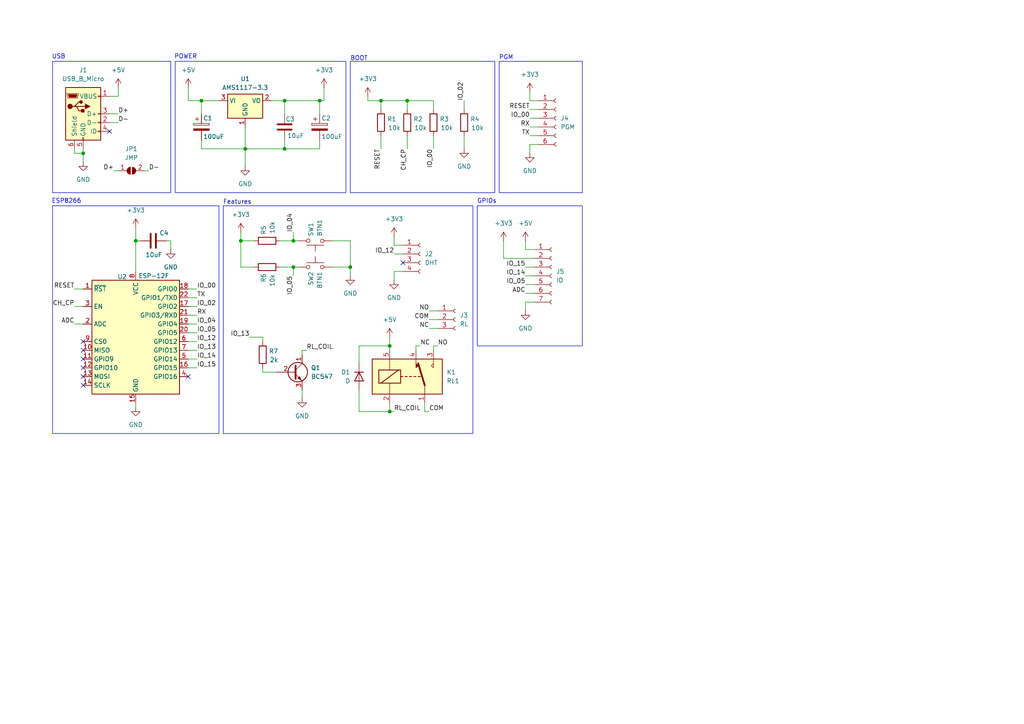
<source format=kicad_sch>
(kicad_sch (version 20231120) (generator "eeschema") (generator_version "8.0")
  (paper "A4")
  (lib_symbols
    (symbol "Connector:Conn_01x03_Socket" (pin_names (offset 1.016) hide)
      (property "Reference" "J" (at 0 5.08 0))
      (property "Value" "Conn_01x03_Socket" (at 0 -5.08 0))
      (symbol "Conn_01x03_Socket_1_1"
        (arc (start 0 -2.032) (mid -0.5058 -2.54) (end 0 -3.048) (stroke (width 0.1524)))
        (polyline (pts (xy -1.27 -2.54) (xy -0.508 -2.54)) (stroke (width 0.1524)))
        (polyline (pts (xy -1.27 0) (xy -0.508 0)) (stroke (width 0.1524)))
        (polyline (pts (xy -1.27 2.54) (xy -0.508 2.54)) (stroke (width 0.1524)))
        (arc (start 0 0.508) (mid -0.5058 0) (end 0 -0.508) (stroke (width 0.1524)))
        (arc (start 0 3.048) (mid -0.5058 2.54) (end 0 2.032) (stroke (width 0.1524)))
        (pin passive line (at -5.08 2.54 0) (length 3.81) (name "Pin_1") (number "1"))
        (pin passive line (at -5.08 0 0) (length 3.81) (name "Pin_2") (number "2"))
        (pin passive line (at -5.08 -2.54 0) (length 3.81) (name "Pin_3") (number "3"))
      )
    )
    (symbol "Connector:Conn_01x04_Socket" (pin_names (offset 1.016) hide)
      (property "Reference" "J" (at 0 5.08 0))
      (property "Value" "Conn_01x04_Socket" (at 0 -7.62 0))
      (symbol "Conn_01x04_Socket_1_1"
        (arc (start 0 -4.572) (mid -0.5058 -5.08) (end 0 -5.588) (stroke (width 0.1524)))
        (arc (start 0 -2.032) (mid -0.5058 -2.54) (end 0 -3.048) (stroke (width 0.1524)))
        (polyline (pts (xy -1.27 -5.08) (xy -0.508 -5.08)) (stroke (width 0.1524)))
        (polyline (pts (xy -1.27 -2.54) (xy -0.508 -2.54)) (stroke (width 0.1524)))
        (polyline (pts (xy -1.27 0) (xy -0.508 0)) (stroke (width 0.1524)))
        (polyline (pts (xy -1.27 2.54) (xy -0.508 2.54)) (stroke (width 0.1524)))
        (arc (start 0 0.508) (mid -0.5058 0) (end 0 -0.508) (stroke (width 0.1524)))
        (arc (start 0 3.048) (mid -0.5058 2.54) (end 0 2.032) (stroke (width 0.1524)))
        (pin passive line (at -5.08 2.54 0) (length 3.81) (name "Pin_1") (number "1"))
        (pin passive line (at -5.08 0 0) (length 3.81) (name "Pin_2") (number "2"))
        (pin passive line (at -5.08 -2.54 0) (length 3.81) (name "Pin_3") (number "3"))
        (pin passive line (at -5.08 -5.08 0) (length 3.81) (name "Pin_4") (number "4"))
      )
    )
    (symbol "Connector:Conn_01x06_Socket" (pin_names (offset 1.016) hide)
      (property "Reference" "J" (at 0 7.62 0))
      (property "Value" "Conn_01x06_Socket" (at 0 -10.16 0))
      (symbol "Conn_01x06_Socket_1_1"
        (arc (start 0 -7.112) (mid -0.5058 -7.62) (end 0 -8.128) (stroke (width 0.1524)))
        (arc (start 0 -4.572) (mid -0.5058 -5.08) (end 0 -5.588) (stroke (width 0.1524)))
        (arc (start 0 -2.032) (mid -0.5058 -2.54) (end 0 -3.048) (stroke (width 0.1524)))
        (polyline (pts (xy -1.27 -7.62) (xy -0.508 -7.62)) (stroke (width 0.1524)))
        (polyline (pts (xy -1.27 -5.08) (xy -0.508 -5.08)) (stroke (width 0.1524)))
        (polyline (pts (xy -1.27 -2.54) (xy -0.508 -2.54)) (stroke (width 0.1524)))
        (polyline (pts (xy -1.27 0) (xy -0.508 0)) (stroke (width 0.1524)))
        (polyline (pts (xy -1.27 2.54) (xy -0.508 2.54)) (stroke (width 0.1524)))
        (polyline (pts (xy -1.27 5.08) (xy -0.508 5.08)) (stroke (width 0.1524)))
        (arc (start 0 0.508) (mid -0.5058 0) (end 0 -0.508) (stroke (width 0.1524)))
        (arc (start 0 3.048) (mid -0.5058 2.54) (end 0 2.032) (stroke (width 0.1524)))
        (arc (start 0 5.588) (mid -0.5058 5.08) (end 0 4.572) (stroke (width 0.1524)))
        (pin passive line (at -5.08 5.08 0) (length 3.81) (name "Pin_1") (number "1"))
        (pin passive line (at -5.08 2.54 0) (length 3.81) (name "Pin_2") (number "2"))
        (pin passive line (at -5.08 0 0) (length 3.81) (name "Pin_3") (number "3"))
        (pin passive line (at -5.08 -2.54 0) (length 3.81) (name "Pin_4") (number "4"))
        (pin passive line (at -5.08 -5.08 0) (length 3.81) (name "Pin_5") (number "5"))
        (pin passive line (at -5.08 -7.62 0) (length 3.81) (name "Pin_6") (number "6"))
      )
    )
    (symbol "Connector:Conn_01x07_Socket" (pin_names (offset 1.016) hide)
      (property "Reference" "J" (at 0 10.16 0))
      (property "Value" "Conn_01x07_Socket" (at 0 -10.16 0))
      (symbol "Conn_01x07_Socket_1_1"
        (arc (start 0 -7.112) (mid -0.5058 -7.62) (end 0 -8.128) (stroke (width 0.1524)))
        (arc (start 0 -4.572) (mid -0.5058 -5.08) (end 0 -5.588) (stroke (width 0.1524)))
        (arc (start 0 -2.032) (mid -0.5058 -2.54) (end 0 -3.048) (stroke (width 0.1524)))
        (polyline (pts (xy -1.27 -7.62) (xy -0.508 -7.62)) (stroke (width 0.1524)))
        (polyline (pts (xy -1.27 -5.08) (xy -0.508 -5.08)) (stroke (width 0.1524)))
        (polyline (pts (xy -1.27 -2.54) (xy -0.508 -2.54)) (stroke (width 0.1524)))
        (polyline (pts (xy -1.27 0) (xy -0.508 0)) (stroke (width 0.1524)))
        (polyline (pts (xy -1.27 2.54) (xy -0.508 2.54)) (stroke (width 0.1524)))
        (polyline (pts (xy -1.27 5.08) (xy -0.508 5.08)) (stroke (width 0.1524)))
        (polyline (pts (xy -1.27 7.62) (xy -0.508 7.62)) (stroke (width 0.1524)))
        (arc (start 0 0.508) (mid -0.5058 0) (end 0 -0.508) (stroke (width 0.1524)))
        (arc (start 0 3.048) (mid -0.5058 2.54) (end 0 2.032) (stroke (width 0.1524)))
        (arc (start 0 5.588) (mid -0.5058 5.08) (end 0 4.572) (stroke (width 0.1524)))
        (arc (start 0 8.128) (mid -0.5058 7.62) (end 0 7.112) (stroke (width 0.1524)))
        (pin passive line (at -5.08 7.62 0) (length 3.81) (name "Pin_1") (number "1"))
        (pin passive line (at -5.08 5.08 0) (length 3.81) (name "Pin_2") (number "2"))
        (pin passive line (at -5.08 2.54 0) (length 3.81) (name "Pin_3") (number "3"))
        (pin passive line (at -5.08 0 0) (length 3.81) (name "Pin_4") (number "4"))
        (pin passive line (at -5.08 -2.54 0) (length 3.81) (name "Pin_5") (number "5"))
        (pin passive line (at -5.08 -5.08 0) (length 3.81) (name "Pin_6") (number "6"))
        (pin passive line (at -5.08 -7.62 0) (length 3.81) (name "Pin_7") (number "7"))
      )
    )
    (symbol "Connector:USB_B_Micro" (pin_names (offset 1.016))
      (property "Reference" "J" (at -5.08 11.43 0))
      (property "Value" "USB_B_Micro" (at -5.08 8.89 0))
      (symbol "USB_B_Micro_0_1"
        (rectangle (start -5.08 -7.62) (end 5.08 7.62) (stroke (width 0.254)) (fill (type background)))
        (circle (center -3.81 2.159) (radius 0.635) (stroke (width 0.254)) (fill (type outline)))
        (circle (center -0.635 3.429) (radius 0.381) (stroke (width 0.254)) (fill (type outline)))
        (rectangle (start -0.127 -7.62) (end 0.127 -6.858))
        (polyline (pts (xy -1.905 2.159) (xy 0.635 2.159)) (stroke (width 0.254)))
        (polyline (pts (xy -3.175 2.159) (xy -2.54 2.159) (xy -1.27 3.429) (xy -0.635 3.429)) (stroke (width 0.254)))
        (polyline (pts (xy -2.54 2.159) (xy -1.905 2.159) (xy -1.27 0.889) (xy 0 0.889)) (stroke (width 0.254)))
        (polyline (pts (xy 0.635 2.794) (xy 0.635 1.524) (xy 1.905 2.159) (xy 0.635 2.794)) (stroke (width 0.254)) (fill (type outline)))
        (polyline (pts (xy -4.318 5.588) (xy -1.778 5.588) (xy -2.032 4.826) (xy -4.064 4.826) (xy -4.318 5.588)) (fill (type outline)))
        (polyline (pts (xy -4.699 5.842) (xy -4.699 5.588) (xy -4.445 4.826) (xy -4.445 4.572) (xy -1.651 4.572) (xy -1.651 4.826) (xy -1.397 5.588) (xy -1.397 5.842) (xy -4.699 5.842)))
        (rectangle (start 0.254 1.27) (end -0.508 0.508) (stroke (width 0.254)) (fill (type outline)))
        (rectangle (start 5.08 -5.207) (end 4.318 -4.953))
        (rectangle (start 5.08 -2.667) (end 4.318 -2.413))
        (rectangle (start 5.08 -0.127) (end 4.318 0.127))
        (rectangle (start 5.08 4.953) (end 4.318 5.207))
      )
      (symbol "USB_B_Micro_1_1"
        (pin power_out line (at 7.62 5.08 180) (length 2.54) (name "VBUS") (number "1"))
        (pin bidirectional line (at 7.62 -2.54 180) (length 2.54) (name "D-") (number "2"))
        (pin bidirectional line (at 7.62 0 180) (length 2.54) (name "D+") (number "3"))
        (pin passive line (at 7.62 -5.08 180) (length 2.54) (name "ID") (number "4"))
        (pin power_out line (at 0 -10.16 90) (length 2.54) (name "GND") (number "5"))
        (pin passive line (at -2.54 -10.16 90) (length 2.54) (name "Shield") (number "6"))
      )
    )
    (symbol "Device:C" (pin_numbers hide) (pin_names (offset 0.254))
      (property "Reference" "C" (at 0.635 2.54 0))
      (property "Value" "C" (at 0.635 -2.54 0))
      (symbol "C_0_1"
        (polyline (pts (xy -2.032 -0.762) (xy 2.032 -0.762)) (stroke (width 0.508)))
        (polyline (pts (xy -2.032 0.762) (xy 2.032 0.762)) (stroke (width 0.508)))
      )
      (symbol "C_1_1"
        (pin passive line (at 0 3.81 270) (length 2.794) (name "~") (number "1"))
        (pin passive line (at 0 -3.81 90) (length 2.794) (name "~") (number "2"))
      )
    )
    (symbol "Device:C_Polarized" (pin_numbers hide) (pin_names (offset 0.254))
      (property "Reference" "C" (at 0.635 2.54 0))
      (property "Value" "C_Polarized" (at 0.635 -2.54 0))
      (symbol "C_Polarized_0_1"
        (rectangle (start -2.286 0.508) (end 2.286 1.016))
        (polyline (pts (xy -1.778 2.286) (xy -0.762 2.286)))
        (polyline (pts (xy -1.27 2.794) (xy -1.27 1.778)))
        (rectangle (start 2.286 -0.508) (end -2.286 -1.016) (fill (type outline)))
      )
      (symbol "C_Polarized_1_1"
        (pin passive line (at 0 3.81 270) (length 2.794) (name "~") (number "1"))
        (pin passive line (at 0 -3.81 90) (length 2.794) (name "~") (number "2"))
      )
    )
    (symbol "Device:D" (pin_numbers hide) (pin_names (offset 1.016) hide)
      (property "Reference" "D" (at 0 2.54 0))
      (property "Value" "D" (at 0 -2.54 0))
      (symbol "D_0_1"
        (polyline (pts (xy -1.27 1.27) (xy -1.27 -1.27)) (stroke (width 0.254)))
        (polyline (pts (xy 1.27 0) (xy -1.27 0)))
        (polyline (pts (xy 1.27 1.27) (xy 1.27 -1.27) (xy -1.27 0) (xy 1.27 1.27)) (stroke (width 0.254)))
      )
      (symbol "D_1_1"
        (pin passive line (at -3.81 0 0) (length 2.54) (name "K") (number "1"))
        (pin passive line (at 3.81 0 180) (length 2.54) (name "A") (number "2"))
      )
    )
    (symbol "Device:Q_NPN_CBE" (pin_names (offset 0) hide)
      (property "Reference" "Q" (at 5.08 1.27 0))
      (property "Value" "Q_NPN_CBE" (at 5.08 -1.27 0))
      (symbol "Q_NPN_CBE_0_1"
        (polyline (pts (xy 0.635 0.635) (xy 2.54 2.54)))
        (polyline (pts (xy 0.635 -0.635) (xy 2.54 -2.54) (xy 2.54 -2.54)))
        (polyline (pts (xy 0.635 1.905) (xy 0.635 -1.905) (xy 0.635 -1.905)) (stroke (width 0.508)))
        (polyline (pts (xy 1.27 -1.778) (xy 1.778 -1.27) (xy 2.286 -2.286) (xy 1.27 -1.778) (xy 1.27 -1.778)) (fill (type outline)))
        (circle (center 1.27 0) (radius 2.8194) (stroke (width 0.254)))
      )
      (symbol "Q_NPN_CBE_1_1"
        (pin passive line (at 2.54 5.08 270) (length 2.54) (name "C") (number "1"))
        (pin input line (at -5.08 0 0) (length 5.715) (name "B") (number "2"))
        (pin passive line (at 2.54 -5.08 90) (length 2.54) (name "E") (number "3"))
      )
    )
    (symbol "Device:R" (pin_numbers hide) (pin_names (offset 0))
      (property "Reference" "R" (at 2.032 0 90))
      (property "Value" "R" (at 0 0 90))
      (symbol "R_0_1"
        (rectangle (start -1.016 -2.54) (end 1.016 2.54) (stroke (width 0.254)))
      )
      (symbol "R_1_1"
        (pin passive line (at 0 3.81 270) (length 1.27) (name "~") (number "1"))
        (pin passive line (at 0 -3.81 90) (length 1.27) (name "~") (number "2"))
      )
    )
    (symbol "Jumper:SolderJumper_2_Open" (pin_names (offset 0) hide)
      (property "Reference" "JP" (at 0 2.032 0))
      (property "Value" "SolderJumper_2_Open" (at 0 -2.54 0))
      (symbol "SolderJumper_2_Open_0_1"
        (arc (start -0.254 1.016) (mid -1.2656 0) (end -0.254 -1.016))
        (arc (start -0.254 1.016) (mid -1.2656 0) (end -0.254 -1.016) (fill (type outline)))
        (polyline (pts (xy -0.254 1.016) (xy -0.254 -1.016)))
        (polyline (pts (xy 0.254 1.016) (xy 0.254 -1.016)))
        (arc (start 0.254 -1.016) (mid 1.2656 0) (end 0.254 1.016))
        (arc (start 0.254 -1.016) (mid 1.2656 0) (end 0.254 1.016) (fill (type outline)))
      )
      (symbol "SolderJumper_2_Open_1_1"
        (pin passive line (at -3.81 0 0) (length 2.54) (name "A") (number "1"))
        (pin passive line (at 3.81 0 180) (length 2.54) (name "B") (number "2"))
      )
    )
    (symbol "RF_Module:ESP-12F"
      (property "Reference" "U" (at -12.7 19.05 0))
      (property "Value" "ESP-12F" (at 12.7 19.05 0))
      (symbol "ESP-12F_0_1"
        (rectangle (start -12.7 17.78) (end 12.7 -15.24) (stroke (width 0.254)) (fill (type background)))
      )
      (symbol "ESP-12F_1_1"
        (pin input line (at -15.24 15.24 0) (length 2.54) (name "~{RST}") (number "1"))
        (pin bidirectional line (at -15.24 -2.54 0) (length 2.54) (name "MISO") (number "10"))
        (pin bidirectional line (at -15.24 -5.08 0) (length 2.54) (name "GPIO9") (number "11"))
        (pin bidirectional line (at -15.24 -7.62 0) (length 2.54) (name "GPIO10") (number "12"))
        (pin bidirectional line (at -15.24 -10.16 0) (length 2.54) (name "MOSI") (number "13"))
        (pin bidirectional line (at -15.24 -12.7 0) (length 2.54) (name "SCLK") (number "14"))
        (pin power_in line (at 0 -17.78 90) (length 2.54) (name "GND") (number "15"))
        (pin bidirectional line (at 15.24 -7.62 180) (length 2.54) (name "GPIO15") (number "16"))
        (pin bidirectional line (at 15.24 10.16 180) (length 2.54) (name "GPIO2") (number "17"))
        (pin bidirectional line (at 15.24 15.24 180) (length 2.54) (name "GPIO0") (number "18"))
        (pin bidirectional line (at 15.24 5.08 180) (length 2.54) (name "GPIO4") (number "19"))
        (pin input line (at -15.24 5.08 0) (length 2.54) (name "ADC") (number "2"))
        (pin bidirectional line (at 15.24 2.54 180) (length 2.54) (name "GPIO5") (number "20"))
        (pin bidirectional line (at 15.24 7.62 180) (length 2.54) (name "GPIO3/RXD") (number "21"))
        (pin bidirectional line (at 15.24 12.7 180) (length 2.54) (name "GPIO1/TXD") (number "22"))
        (pin input line (at -15.24 10.16 0) (length 2.54) (name "EN") (number "3"))
        (pin bidirectional line (at 15.24 -10.16 180) (length 2.54) (name "GPIO16") (number "4"))
        (pin bidirectional line (at 15.24 -5.08 180) (length 2.54) (name "GPIO14") (number "5"))
        (pin bidirectional line (at 15.24 0 180) (length 2.54) (name "GPIO12") (number "6"))
        (pin bidirectional line (at 15.24 -2.54 180) (length 2.54) (name "GPIO13") (number "7"))
        (pin power_in line (at 0 20.32 270) (length 2.54) (name "VCC") (number "8"))
        (pin input line (at -15.24 0 0) (length 2.54) (name "CS0") (number "9"))
      )
    )
    (symbol "Regulator_Linear:AMS1117-3.3"
      (property "Reference" "U" (at -3.81 3.175 0))
      (property "Value" "AMS1117-3.3" (at 0 3.175 0))
      (symbol "AMS1117-3.3_0_1"
        (rectangle (start -5.08 -5.08) (end 5.08 1.905) (stroke (width 0.254)) (fill (type background)))
      )
      (symbol "AMS1117-3.3_1_1"
        (pin power_in line (at 0 -7.62 90) (length 2.54) (name "GND") (number "1"))
        (pin power_out line (at 7.62 0 180) (length 2.54) (name "VO") (number "2"))
        (pin power_in line (at -7.62 0 0) (length 2.54) (name "VI") (number "3"))
      )
    )
    (symbol "Relay:SANYOU_SRD_Form_C"
      (property "Reference" "K" (at 11.43 3.81 0))
      (property "Value" "SANYOU_SRD_Form_C" (at 11.43 1.27 0))
      (symbol "SANYOU_SRD_Form_C_0_0"
        (polyline (pts (xy 7.62 5.08) (xy 7.62 2.54) (xy 6.985 3.175) (xy 7.62 3.81)))
      )
      (symbol "SANYOU_SRD_Form_C_0_1"
        (rectangle (start -10.16 5.08) (end 10.16 -5.08) (stroke (width 0.254)) (fill (type background)))
        (rectangle (start -8.255 1.905) (end -1.905 -1.905) (stroke (width 0.254)))
        (polyline (pts (xy -7.62 -1.905) (xy -2.54 1.905)) (stroke (width 0.254)))
        (polyline (pts (xy -5.08 -5.08) (xy -5.08 -1.905)))
        (polyline (pts (xy -5.08 5.08) (xy -5.08 1.905)))
        (polyline (pts (xy -1.905 0) (xy -1.27 0)) (stroke (width 0.254)))
        (polyline (pts (xy -0.635 0) (xy 0 0)) (stroke (width 0.254)))
        (polyline (pts (xy 0.635 0) (xy 1.27 0)) (stroke (width 0.254)))
        (polyline (pts (xy 1.905 0) (xy 2.54 0)) (stroke (width 0.254)))
        (polyline (pts (xy 3.175 0) (xy 3.81 0)) (stroke (width 0.254)))
        (polyline (pts (xy 5.08 -2.54) (xy 3.175 3.81)) (stroke (width 0.508)))
        (polyline (pts (xy 5.08 -2.54) (xy 5.08 -5.08)))
      )
      (symbol "SANYOU_SRD_Form_C_1_1"
        (polyline (pts (xy 2.54 3.81) (xy 3.175 3.175) (xy 2.54 2.54) (xy 2.54 5.08)) (fill (type outline)))
        (pin passive line (at 5.08 -7.62 90) (length 2.54) (name "~") (number "1"))
        (pin passive line (at -5.08 -7.62 90) (length 2.54) (name "~") (number "2"))
        (pin passive line (at 7.62 7.62 270) (length 2.54) (name "~") (number "3"))
        (pin passive line (at 2.54 7.62 270) (length 2.54) (name "~") (number "4"))
        (pin passive line (at -5.08 7.62 270) (length 2.54) (name "~") (number "5"))
      )
    )
    (symbol "Switch:SW_Push" (pin_numbers hide) (pin_names (offset 1.016) hide)
      (property "Reference" "SW" (at 1.27 2.54 0))
      (property "Value" "SW_Push" (at 0 -1.524 0))
      (symbol "SW_Push_0_1"
        (circle (center -2.032 0) (radius 0.508))
        (polyline (pts (xy 0 1.27) (xy 0 3.048)))
        (polyline (pts (xy 2.54 1.27) (xy -2.54 1.27)))
        (circle (center 2.032 0) (radius 0.508))
        (pin passive line (at -5.08 0 0) (length 2.54) (name "1") (number "1"))
        (pin passive line (at 5.08 0 180) (length 2.54) (name "2") (number "2"))
      )
    )
    (symbol "power:+3V3" (power) (pin_numbers hide) (pin_names (offset 0) hide)
      (property "Value" "+3V3" (at 0 3.556 0))
      (symbol "+3V3_0_1"
        (polyline (pts (xy -0.762 1.27) (xy 0 2.54)))
        (polyline (pts (xy 0 0) (xy 0 2.54)))
        (polyline (pts (xy 0 2.54) (xy 0.762 1.27)))
      )
      (symbol "+3V3_1_1"
        (pin power_in line (at 0 0 90) (length 0) (name "~") (number "1"))
      )
    )
    (symbol "power:+5V" (power) (pin_numbers hide) (pin_names (offset 0) hide)
      (property "Value" "+5V" (at 0 3.556 0))
      (symbol "+5V_0_1"
        (polyline (pts (xy -0.762 1.27) (xy 0 2.54)))
        (polyline (pts (xy 0 0) (xy 0 2.54)))
        (polyline (pts (xy 0 2.54) (xy 0.762 1.27)))
      )
      (symbol "+5V_1_1"
        (pin power_in line (at 0 0 90) (length 0) (name "~") (number "1"))
      )
    )
    (symbol "power:GND" (power) (pin_numbers hide) (pin_names (offset 0) hide)
      (property "Value" "GND" (at 0 -3.81 0))
      (symbol "GND_0_1"
        (polyline (pts (xy 0 0) (xy 0 -1.27) (xy 1.27 -1.27) (xy 0 -2.54) (xy -1.27 -1.27) (xy 0 -1.27)))
      )
      (symbol "GND_1_1"
        (pin power_in line (at 0 0 270) (length 0) (name "~") (number "1"))
      )
    )
  )
  (junction (at 85.09 77.47))
  (junction (at 113.03 119.38))
  (junction (at 69.85 69.85))
  (junction (at 58.42 29.21))
  (junction (at 82.55 43.18))
  (junction (at 118.11 29.21))
  (junction (at 71.12 43.18))
  (junction (at 24.13 44.45))
  (junction (at 39.37 69.85))
  (junction (at 113.03 100.33))
  (junction (at 110.49 29.21))
  (junction (at 101.6 77.47))
  (junction (at 82.55 29.21))
  (junction (at 85.09 69.85))
  (junction (at 92.71 29.21))
  (no_connect (at 116.84 76.2))
  (no_connect (at 31.75 38.1))
  (no_connect (at 24.13 99.06))
  (no_connect (at 24.13 111.76))
  (no_connect (at 24.13 101.6))
  (no_connect (at 24.13 109.22))
  (no_connect (at 24.13 106.68))
  (no_connect (at 54.61 109.22))
  (no_connect (at 24.13 104.14))
  (wire (pts (xy 69.85 69.85) (xy 73.66 69.85)))
  (wire (pts (xy 54.61 106.68) (xy 57.15 106.68)))
  (wire (pts (xy 58.42 43.18) (xy 71.12 43.18)))
  (wire (pts (xy 152.4 69.85) (xy 152.4 72.39)))
  (wire (pts (xy 39.37 66.04) (xy 39.37 69.85)))
  (wire (pts (xy 21.59 88.9) (xy 24.13 88.9)))
  (wire (pts (xy 113.03 100.33) (xy 104.14 100.33)))
  (wire (pts (xy 31.75 35.56) (xy 34.29 35.56)))
  (wire (pts (xy 96.52 69.85) (xy 101.6 69.85)))
  (wire (pts (xy 41.91 49.53) (xy 43.18 49.53)))
  (wire (pts (xy 114.3 73.66) (xy 116.84 73.66)))
  (wire (pts (xy 85.09 69.85) (xy 86.36 69.85)))
  (wire (pts (xy 31.75 33.02) (xy 34.29 33.02)))
  (wire (pts (xy 49.53 69.85) (xy 49.53 72.39)))
  (wire (pts (xy 113.03 119.38) (xy 114.3 119.38)))
  (wire (pts (xy 134.62 43.18) (xy 134.62 39.37)))
  (wire (pts (xy 92.71 43.18) (xy 82.55 43.18)))
  (wire (pts (xy 120.65 100.33) (xy 121.92 100.33)))
  (wire (pts (xy 39.37 69.85) (xy 40.64 69.85)))
  (wire (pts (xy 153.67 39.37) (xy 156.21 39.37)))
  (wire (pts (xy 92.71 29.21) (xy 92.71 33.02)))
  (wire (pts (xy 54.61 29.21) (xy 58.42 29.21)))
  (wire (pts (xy 118.11 39.37) (xy 118.11 43.18)))
  (wire (pts (xy 85.09 77.47) (xy 86.36 77.47)))
  (wire (pts (xy 153.67 29.21) (xy 156.21 29.21)))
  (wire (pts (xy 54.61 99.06) (xy 57.15 99.06)))
  (wire (pts (xy 152.4 82.55) (xy 154.94 82.55)))
  (wire (pts (xy 54.61 104.14) (xy 57.15 104.14)))
  (wire (pts (xy 110.49 29.21) (xy 106.68 29.21)))
  (wire (pts (xy 114.3 81.28) (xy 114.3 78.74)))
  (wire (pts (xy 39.37 69.85) (xy 39.37 78.74)))
  (wire (pts (xy 152.4 87.63) (xy 154.94 87.63)))
  (wire (pts (xy 76.2 106.68) (xy 76.2 107.95)))
  (wire (pts (xy 72.39 97.79) (xy 76.2 97.79)))
  (wire (pts (xy 114.3 78.74) (xy 116.84 78.74)))
  (wire (pts (xy 123.19 119.38) (xy 124.46 119.38)))
  (wire (pts (xy 82.55 29.21) (xy 78.74 29.21)))
  (wire (pts (xy 48.26 69.85) (xy 49.53 69.85)))
  (wire (pts (xy 34.29 27.94) (xy 31.75 27.94)))
  (wire (pts (xy 82.55 43.18) (xy 71.12 43.18)))
  (wire (pts (xy 118.11 29.21) (xy 110.49 29.21)))
  (wire (pts (xy 124.46 90.17) (xy 127 90.17)))
  (wire (pts (xy 146.05 74.93) (xy 154.94 74.93)))
  (wire (pts (xy 125.73 100.33) (xy 127 100.33)))
  (wire (pts (xy 39.37 116.84) (xy 39.37 118.11)))
  (wire (pts (xy 21.59 43.18) (xy 21.59 44.45)))
  (wire (pts (xy 21.59 93.98) (xy 24.13 93.98)))
  (wire (pts (xy 71.12 48.26) (xy 71.12 43.18)))
  (wire (pts (xy 125.73 39.37) (xy 125.73 43.18)))
  (wire (pts (xy 58.42 40.64) (xy 58.42 43.18)))
  (wire (pts (xy 24.13 43.18) (xy 24.13 44.45)))
  (wire (pts (xy 113.03 119.38) (xy 113.03 116.84)))
  (wire (pts (xy 124.46 95.25) (xy 127 95.25)))
  (wire (pts (xy 106.68 29.21) (xy 106.68 27.94)))
  (wire (pts (xy 93.98 29.21) (xy 92.71 29.21)))
  (wire (pts (xy 33.02 49.53) (xy 34.29 49.53)))
  (wire (pts (xy 104.14 119.38) (xy 113.03 119.38)))
  (wire (pts (xy 58.42 29.21) (xy 63.5 29.21)))
  (wire (pts (xy 93.98 25.4) (xy 93.98 29.21)))
  (wire (pts (xy 120.65 101.6) (xy 120.65 100.33)))
  (wire (pts (xy 92.71 40.64) (xy 92.71 43.18)))
  (wire (pts (xy 92.71 29.21) (xy 82.55 29.21)))
  (wire (pts (xy 58.42 29.21) (xy 58.42 33.02)))
  (wire (pts (xy 101.6 69.85) (xy 101.6 77.47)))
  (wire (pts (xy 152.4 85.09) (xy 154.94 85.09)))
  (wire (pts (xy 125.73 31.75) (xy 125.73 29.21)))
  (wire (pts (xy 125.73 29.21) (xy 118.11 29.21)))
  (wire (pts (xy 85.09 77.47) (xy 85.09 80.01)))
  (wire (pts (xy 104.14 100.33) (xy 104.14 105.41)))
  (wire (pts (xy 96.52 77.47) (xy 101.6 77.47)))
  (wire (pts (xy 153.67 26.67) (xy 153.67 29.21)))
  (wire (pts (xy 71.12 43.18) (xy 71.12 36.83)))
  (wire (pts (xy 118.11 31.75) (xy 118.11 29.21)))
  (wire (pts (xy 88.9 101.6) (xy 87.63 101.6)))
  (wire (pts (xy 54.61 91.44) (xy 57.15 91.44)))
  (wire (pts (xy 87.63 113.03) (xy 87.63 115.57)))
  (wire (pts (xy 152.4 77.47) (xy 154.94 77.47)))
  (wire (pts (xy 54.61 86.36) (xy 57.15 86.36)))
  (wire (pts (xy 76.2 107.95) (xy 80.01 107.95)))
  (wire (pts (xy 73.66 77.47) (xy 69.85 77.47)))
  (wire (pts (xy 24.13 44.45) (xy 24.13 46.99)))
  (wire (pts (xy 21.59 44.45) (xy 24.13 44.45)))
  (wire (pts (xy 34.29 25.4) (xy 34.29 27.94)))
  (wire (pts (xy 54.61 93.98) (xy 57.15 93.98)))
  (wire (pts (xy 101.6 77.47) (xy 101.6 80.01)))
  (wire (pts (xy 124.46 92.71) (xy 127 92.71)))
  (wire (pts (xy 21.59 83.82) (xy 24.13 83.82)))
  (wire (pts (xy 146.05 69.85) (xy 146.05 74.93)))
  (wire (pts (xy 110.49 31.75) (xy 110.49 29.21)))
  (wire (pts (xy 156.21 41.91) (xy 153.67 41.91)))
  (wire (pts (xy 54.61 96.52) (xy 57.15 96.52)))
  (wire (pts (xy 54.61 101.6) (xy 57.15 101.6)))
  (wire (pts (xy 54.61 83.82) (xy 57.15 83.82)))
  (wire (pts (xy 69.85 67.31) (xy 69.85 69.85)))
  (wire (pts (xy 87.63 101.6) (xy 87.63 102.87)))
  (wire (pts (xy 153.67 31.75) (xy 156.21 31.75)))
  (wire (pts (xy 134.62 29.21) (xy 134.62 31.75)))
  (wire (pts (xy 153.67 41.91) (xy 153.67 44.45)))
  (wire (pts (xy 152.4 72.39) (xy 154.94 72.39)))
  (wire (pts (xy 81.28 77.47) (xy 85.09 77.47)))
  (wire (pts (xy 125.73 101.6) (xy 125.73 100.33)))
  (wire (pts (xy 85.09 67.31) (xy 85.09 69.85)))
  (wire (pts (xy 153.67 36.83) (xy 156.21 36.83)))
  (wire (pts (xy 54.61 88.9) (xy 57.15 88.9)))
  (wire (pts (xy 82.55 40.64) (xy 82.55 43.18)))
  (wire (pts (xy 113.03 101.6) (xy 113.03 100.33)))
  (wire (pts (xy 153.67 34.29) (xy 156.21 34.29)))
  (wire (pts (xy 54.61 25.4) (xy 54.61 29.21)))
  (wire (pts (xy 104.14 113.03) (xy 104.14 119.38)))
  (wire (pts (xy 152.4 80.01) (xy 154.94 80.01)))
  (wire (pts (xy 69.85 77.47) (xy 69.85 69.85)))
  (wire (pts (xy 152.4 90.17) (xy 152.4 87.63)))
  (wire (pts (xy 110.49 39.37) (xy 110.49 43.18)))
  (wire (pts (xy 76.2 97.79) (xy 76.2 99.06)))
  (wire (pts (xy 82.55 29.21) (xy 82.55 33.02)))
  (wire (pts (xy 113.03 97.79) (xy 113.03 100.33)))
  (wire (pts (xy 123.19 116.84) (xy 123.19 119.38)))
  (wire (pts (xy 81.28 69.85) (xy 85.09 69.85)))
  (wire (pts (xy 114.3 68.58) (xy 114.3 71.12)))
  (wire (pts (xy 114.3 71.12) (xy 116.84 71.12)))
  (rectangle (start 15.24 17.78) (end 49.53 55.88))
  (rectangle (start 64.77 59.69) (end 137.16 125.73))
  (rectangle (start 15.24 59.69) (end 63.5 125.73))
  (rectangle (start 138.43 59.69) (end 168.91 100.33))
  (rectangle (start 101.6 17.78) (end 143.51 55.88))
  (rectangle (start 50.8 17.78) (end 100.33 55.88))
  (rectangle (start 144.78 17.78) (end 168.91 55.88))
  (text "BOOT" (at 104.14 17.018 0) (effects (font (size 1.27 1.27))))
  (text "POWER" (at 53.848 16.51 0) (effects (font (size 1.27 1.27))))
  (text "PGM" (at 146.812 16.764 0) (effects (font (size 1.27 1.27))))
  (text "Features" (at 68.834 58.674 0) (effects (font (size 1.27 1.27))))
  (text "ESP8266" (at 19.304 58.42 0) (effects (font (size 1.27 1.27))))
  (text "GPIOs" (at 141.224 58.42 0) (effects (font (size 1.27 1.27))))
  (text "USB" (at 17.018 16.51 0) (effects (font (size 1.27 1.27))))
  (label "NC" (at 121.92 100.33 0))
  (label "IO_14" (at 57.15 104.14 0))
  (label "IO_00" (at 153.67 34.29 180))
  (label "IO_13" (at 57.15 101.6 0))
  (label "CH_CP" (at 21.59 88.9 180))
  (label "IO_14" (at 152.4 80.01 180))
  (label "IO_05" (at 57.15 96.52 0))
  (label "RL_COIL" (at 88.9 101.6 0))
  (label "TX" (at 57.15 86.36 0))
  (label "D-" (at 34.29 35.56 0))
  (label "RESET" (at 153.67 31.75 180))
  (label "RESET" (at 110.49 43.18 270))
  (label "COM" (at 124.46 119.38 0))
  (label "CH_CP" (at 118.11 43.18 270))
  (label "IO_15" (at 152.4 77.47 180))
  (label "D+" (at 34.29 33.02 0))
  (label "IO_04" (at 85.09 67.31 90))
  (label "IO_05" (at 85.09 80.01 270))
  (label "IO_00" (at 125.73 43.18 270))
  (label "RESET" (at 21.59 83.82 180))
  (label "NO" (at 127 100.33 0))
  (label "TX" (at 153.67 39.37 180))
  (label "RX" (at 153.67 36.83 180))
  (label "ADC" (at 152.4 85.09 180))
  (label "IO_13" (at 72.39 97.79 180))
  (label "IO_02" (at 134.62 29.21 90))
  (label "RX" (at 57.15 91.44 0))
  (label "D+" (at 33.02 49.53 180))
  (label "IO_05" (at 152.4 82.55 180))
  (label "IO_02" (at 57.15 88.9 0))
  (label "IO_04" (at 57.15 93.98 0))
  (label "IO_12" (at 57.15 99.06 0))
  (label "IO_15" (at 57.15 106.68 0))
  (label "D-" (at 43.18 49.53 0))
  (label "COM" (at 124.46 92.71 180))
  (label "NC" (at 124.46 95.25 180))
  (label "IO_00" (at 57.15 83.82 0))
  (label "NO" (at 124.46 90.17 180))
  (label "RL_COIL" (at 114.3 119.38 0))
  (label "ADC" (at 21.59 93.98 180))
  (label "IO_12" (at 114.3 73.66 180))
  (symbol (lib_id "power:GND") (at 153.67 44.45 0) (unit 1)
    (property "Reference" "#PWR018" (effects (hide yes)))
    (property "Value" "GND" (at 153.67 49.53 0))
    (property "Description" "Power symbol creates a global label with name \"GND\" , ground" (effects (hide yes)))
  )
  (symbol (lib_id "RF_Module:ESP-12F") (at 39.37 99.06 0) (unit 1)
    (property "Reference" "U2" (at 34.036 80.264 0) (effects (justify left)))
    (property "Value" "ESP-12F" (at 40.132 80.01 0) (effects (justify left)))
    (property "Footprint" "RF_Module:ESP-12E" (effects (hide yes)))
    (property "Datasheet" "http://wiki.ai-thinker.com/_media/esp8266/esp8266_series_modules_user_manual_v1.1.pdf" (effects (hide yes)))
    (property "Description" "802.11 b/g/n Wi-Fi Module" (effects (hide yes)))
  )
  (symbol (lib_id "Device:Q_NPN_CBE") (at 85.09 107.95 0) (unit 1)
    (property "Reference" "Q1" (at 90.17 106.6799 0) (effects (justify left)))
    (property "Value" "BC547" (at 90.17 109.2199 0) (effects (justify left)))
    (property "Footprint" "Package_TO_SOT_THT:TO-92_Inline" (effects (hide yes)))
    (property "Description" "NPN transistor, collector/base/emitter" (effects (hide yes)))
  )
  (symbol (lib_id "Connector:Conn_01x07_Socket") (at 160.02 80.01 0) (unit 1)
    (property "Reference" "J5" (at 161.29 78.7399 0) (effects (justify left)))
    (property "Value" "IO" (at 161.29 81.2799 0) (effects (justify left)))
    (property "Footprint" "Connector_PinHeader_2.54mm:PinHeader_1x07_P2.54mm_Vertical" (effects (hide yes)))
    (property "Description" "Generic connector, single row, 01x07, script generated" (effects (hide yes)))
  )
  (symbol (lib_id "Device:C") (at 82.55 36.83 0) (unit 1)
    (property "Reference" "C3" (at 82.804 34.544 0) (effects (justify left)))
    (property "Value" "10uF" (at 83.312 39.37 0) (effects (justify left)))
    (property "Footprint" "Capacitor_SMD:C_0805_2012Metric_Pad1.18x1.45mm_HandSolder" (effects (hide yes)))
    (property "Description" "Unpolarized capacitor" (effects (hide yes)))
  )
  (symbol (lib_id "power:+3V3") (at 146.05 69.85 0) (unit 1)
    (property "Reference" "#PWR019" (effects (hide yes)))
    (property "Value" "+3V3" (at 146.05 64.77 0))
    (property "Description" "Power symbol creates a global label with name \"+3V3\"" (effects (hide yes)))
  )
  (symbol (lib_id "Device:R") (at 77.47 77.47 90) (mirror x) (unit 1)
    (property "Reference" "R6" (at 76.454 79.248 0) (effects (justify left)))
    (property "Value" "10k" (at 78.994 79.502 0) (effects (justify left)))
    (property "Footprint" "Resistor_SMD:R_0805_2012Metric_Pad1.20x1.40mm_HandSolder" (effects (hide yes)))
    (property "Description" "Resistor" (effects (hide yes)))
  )
  (symbol (lib_id "Device:D") (at 104.14 109.22 270) (unit 1)
    (property "Reference" "D1" (at 101.6 107.9499 90) (effects (justify right)))
    (property "Value" "D" (at 101.6 110.4899 90) (effects (justify right)))
    (property "Footprint" "Diode_SMD:D_SMA-SMB_Universal_Handsoldering" (effects (hide yes)))
    (property "Description" "Diode" (effects (hide yes)))
    (property "Sim.Device" "D" (effects (hide yes)))
    (property "Sim.Pins" "1=K 2=A" (effects (hide yes)))
  )
  (symbol (lib_id "Jumper:SolderJumper_2_Open") (at 38.1 49.53 0) (unit 1)
    (property "Reference" "JP1" (at 38.1 43.18 0))
    (property "Value" "JMP" (at 38.1 45.72 0))
    (property "Footprint" "Jumper:SolderJumper-2_P1.3mm_Open_RoundedPad1.0x1.5mm" (effects (hide yes)))
    (property "Description" "Solder Jumper, 2-pole, open" (effects (hide yes)))
  )
  (symbol (lib_id "power:+3V3") (at 39.37 66.04 0) (unit 1)
    (property "Reference" "#PWR06" (effects (hide yes)))
    (property "Value" "+3V3" (at 39.37 60.96 0))
    (property "Description" "Power symbol creates a global label with name \"+3V3\"" (effects (hide yes)))
  )
  (symbol (lib_id "power:+5V") (at 54.61 25.4 0) (unit 1)
    (property "Reference" "#PWR03" (effects (hide yes)))
    (property "Value" "+5V" (at 54.61 20.32 0))
    (property "Description" "Power symbol creates a global label with name \"+5V\"" (effects (hide yes)))
  )
  (symbol (lib_id "power:+5V") (at 34.29 25.4 0) (unit 1)
    (property "Reference" "#PWR01" (effects (hide yes)))
    (property "Value" "+5V" (at 34.29 20.32 0))
    (property "Description" "Power symbol creates a global label with name \"+5V\"" (effects (hide yes)))
  )
  (symbol (lib_id "power:+3V3") (at 153.67 26.67 0) (unit 1)
    (property "Reference" "#PWR017" (effects (hide yes)))
    (property "Value" "+3V3" (at 153.67 21.59 0))
    (property "Description" "Power symbol creates a global label with name \"+3V3\"" (effects (hide yes)))
  )
  (symbol (lib_id "power:+5V") (at 152.4 69.85 0) (unit 1)
    (property "Reference" "#PWR020" (effects (hide yes)))
    (property "Value" "+5V" (at 152.4 64.77 0))
    (property "Description" "Power symbol creates a global label with name \"+5V\"" (effects (hide yes)))
  )
  (symbol (lib_id "Regulator_Linear:AMS1117-3.3") (at 71.12 29.21 0) (unit 1)
    (property "Reference" "U1" (at 71.12 22.86 0))
    (property "Value" "AMS1117-3.3" (at 71.12 25.4 0))
    (property "Footprint" "Package_TO_SOT_SMD:SOT-223-3_TabPin2" (effects (hide yes)))
    (property "Datasheet" "http://www.advanced-monolithic.com/pdf/ds1117.pdf" (effects (hide yes)))
    (property "Description" "1A Low Dropout regulator, positive, 3.3V fixed output, SOT-223" (effects (hide yes)))
  )
  (symbol (lib_id "power:GND") (at 134.62 43.18 0) (unit 1)
    (property "Reference" "#PWR09" (effects (hide yes)))
    (property "Value" "GND" (at 134.62 48.26 0))
    (property "Description" "Power symbol creates a global label with name \"GND\" , ground" (effects (hide yes)))
  )
  (symbol (lib_id "power:GND") (at 39.37 118.11 0) (unit 1)
    (property "Reference" "#PWR07" (effects (hide yes)))
    (property "Value" "GND" (at 39.37 123.19 0))
    (property "Description" "Power symbol creates a global label with name \"GND\" , ground" (effects (hide yes)))
  )
  (symbol (lib_id "power:GND") (at 71.12 48.26 0) (unit 1)
    (property "Reference" "#PWR04" (effects (hide yes)))
    (property "Value" "GND" (at 71.12 53.34 0))
    (property "Description" "Power symbol creates a global label with name \"GND\" , ground" (effects (hide yes)))
  )
  (symbol (lib_id "Device:R") (at 77.47 69.85 90) (unit 1)
    (property "Reference" "R5" (at 76.454 68.072 0) (effects (justify left)))
    (property "Value" "10k" (at 78.994 67.818 0) (effects (justify left)))
    (property "Footprint" "Resistor_SMD:R_0805_2012Metric_Pad1.20x1.40mm_HandSolder" (effects (hide yes)))
    (property "Description" "Resistor" (effects (hide yes)))
  )
  (symbol (lib_id "Device:R") (at 134.62 35.56 0) (unit 1)
    (property "Reference" "R4" (at 136.398 34.544 0) (effects (justify left)))
    (property "Value" "10k" (at 136.652 37.084 0) (effects (justify left)))
    (property "Footprint" "Resistor_SMD:R_0805_2012Metric_Pad1.20x1.40mm_HandSolder" (effects (hide yes)))
    (property "Description" "Resistor" (effects (hide yes)))
  )
  (symbol (lib_id "Switch:SW_Push") (at 91.44 69.85 180) (unit 1)
    (property "Reference" "SW1" (at 90.1699 68.58 90) (effects (justify right)))
    (property "Value" "BTN1" (at 92.7099 68.58 90) (effects (justify right)))
    (property "Footprint" "Button_Switch_THT:SW_PUSH_6mm" (effects (hide yes)))
    (property "Description" "Push button switch, generic, two pins" (effects (hide yes)))
  )
  (symbol (lib_id "Device:C") (at 44.45 69.85 270) (unit 1)
    (property "Reference" "C4" (at 46.228 67.564 90) (effects (justify left)))
    (property "Value" "10uF" (at 42.164 73.914 90) (effects (justify left)))
    (property "Footprint" "Capacitor_SMD:C_0805_2012Metric_Pad1.18x1.45mm_HandSolder" (effects (hide yes)))
    (property "Description" "Unpolarized capacitor" (effects (hide yes)))
  )
  (symbol (lib_id "power:GND") (at 87.63 115.57 0) (unit 1)
    (property "Reference" "#PWR016" (effects (hide yes)))
    (property "Value" "GND" (at 87.63 120.65 0))
    (property "Description" "Power symbol creates a global label with name \"GND\" , ground" (effects (hide yes)))
  )
  (symbol (lib_id "Device:R") (at 76.2 102.87 0) (unit 1)
    (property "Reference" "R7" (at 77.978 101.854 0) (effects (justify left)))
    (property "Value" "2k" (at 78.232 104.394 0) (effects (justify left)))
    (property "Footprint" "Resistor_SMD:R_0805_2012Metric_Pad1.20x1.40mm_HandSolder" (effects (hide yes)))
    (property "Description" "Resistor" (effects (hide yes)))
  )
  (symbol (lib_id "power:GND") (at 101.6 80.01 0) (unit 1)
    (property "Reference" "#PWR012" (effects (hide yes)))
    (property "Value" "GND" (at 101.6 85.09 0))
    (property "Description" "Power symbol creates a global label with name \"GND\" , ground" (effects (hide yes)))
  )
  (symbol (lib_id "power:+3V3") (at 114.3 68.58 0) (unit 1)
    (property "Reference" "#PWR013" (effects (hide yes)))
    (property "Value" "+3V3" (at 114.3 63.5 0))
    (property "Description" "Power symbol creates a global label with name \"+3V3\"" (effects (hide yes)))
  )
  (symbol (lib_id "power:+3V3") (at 93.98 25.4 0) (unit 1)
    (property "Reference" "#PWR05" (effects (hide yes)))
    (property "Value" "+3V3" (at 93.98 20.32 0))
    (property "Description" "Power symbol creates a global label with name \"+3V3\"" (effects (hide yes)))
  )
  (symbol (lib_id "Device:R") (at 118.11 35.56 0) (unit 1)
    (property "Reference" "R2" (at 119.888 34.544 0) (effects (justify left)))
    (property "Value" "10k" (at 120.142 37.084 0) (effects (justify left)))
    (property "Footprint" "Resistor_SMD:R_0805_2012Metric_Pad1.20x1.40mm_HandSolder" (effects (hide yes)))
    (property "Description" "Resistor" (effects (hide yes)))
  )
  (symbol (lib_id "Device:R") (at 125.73 35.56 0) (unit 1)
    (property "Reference" "R3" (at 127.508 34.544 0) (effects (justify left)))
    (property "Value" "10k" (at 127.762 37.084 0) (effects (justify left)))
    (property "Footprint" "Resistor_SMD:R_0805_2012Metric_Pad1.20x1.40mm_HandSolder" (effects (hide yes)))
    (property "Description" "Resistor" (effects (hide yes)))
  )
  (symbol (lib_id "power:+5V") (at 113.03 97.79 0) (unit 1)
    (property "Reference" "#PWR015" (effects (hide yes)))
    (property "Value" "+5V" (at 113.03 92.71 0))
    (property "Description" "Power symbol creates a global label with name \"+5V\"" (effects (hide yes)))
  )
  (symbol (lib_id "power:+3V3") (at 106.68 27.94 0) (unit 1)
    (property "Reference" "#PWR010" (effects (hide yes)))
    (property "Value" "+3V3" (at 106.68 22.86 0))
    (property "Description" "Power symbol creates a global label with name \"+3V3\"" (effects (hide yes)))
  )
  (symbol (lib_id "power:GND") (at 49.53 72.39 0) (unit 1)
    (property "Reference" "#PWR08" (effects (hide yes)))
    (property "Value" "GND" (at 49.53 77.47 0))
    (property "Description" "Power symbol creates a global label with name \"GND\" , ground" (effects (hide yes)))
  )
  (symbol (lib_id "power:+3V3") (at 69.85 67.31 0) (unit 1)
    (property "Reference" "#PWR011" (effects (hide yes)))
    (property "Value" "+3V3" (at 69.85 62.23 0))
    (property "Description" "Power symbol creates a global label with name \"+3V3\"" (effects (hide yes)))
  )
  (symbol (lib_id "power:GND") (at 114.3 81.28 0) (unit 1)
    (property "Reference" "#PWR014" (effects (hide yes)))
    (property "Value" "GND" (at 114.3 86.36 0))
    (property "Description" "Power symbol creates a global label with name \"GND\" , ground" (effects (hide yes)))
  )
  (symbol (lib_id "Connector:USB_B_Micro") (at 24.13 33.02 0) (unit 1)
    (property "Reference" "J1" (at 24.13 20.32 0))
    (property "Value" "USB_B_Micro" (at 24.13 22.86 0))
    (property "Footprint" "Connector_USB:USB_Micro-B_GCT_USB3076-30-A" (effects (hide yes)))
    (property "Description" "USB Micro Type B connector" (effects (hide yes)))
  )
  (symbol (lib_id "Connector:Conn_01x06_Socket") (at 161.29 34.29 0) (unit 1)
    (property "Reference" "J4" (at 162.56 34.2899 0) (effects (justify left)))
    (property "Value" "PGM" (at 162.56 36.8299 0) (effects (justify left)))
    (property "Footprint" "Connector_PinHeader_2.54mm:PinHeader_1x06_P2.54mm_Vertical" (effects (hide yes)))
    (property "Description" "Generic connector, single row, 01x06, script generated" (effects (hide yes)))
  )
  (symbol (lib_id "power:GND") (at 152.4 90.17 0) (unit 1)
    (property "Reference" "#PWR021" (effects (hide yes)))
    (property "Value" "GND" (at 152.4 95.25 0))
    (property "Description" "Power symbol creates a global label with name \"GND\" , ground" (effects (hide yes)))
  )
  (symbol (lib_id "power:GND") (at 24.13 46.99 0) (unit 1)
    (property "Reference" "#PWR02" (effects (hide yes)))
    (property "Value" "GND" (at 24.13 52.07 0))
    (property "Description" "Power symbol creates a global label with name \"GND\" , ground" (effects (hide yes)))
  )
  (symbol (lib_id "Relay:SANYOU_SRD_Form_C") (at 118.11 109.22 0) (unit 1)
    (property "Reference" "K1" (at 129.54 107.9499 0) (effects (justify left)))
    (property "Value" "RL1" (at 129.54 110.4899 0) (effects (justify left)))
    (property "Footprint" "Relay_THT:Relay_SPDT_SANYOU_SRD_Series_Form_C" (effects (hide yes)))
    (property "Datasheet" "http://www.sanyourelay.ca/public/products/pdf/SRD.pdf" (effects (hide yes)))
    (property "Description" "Sanyo SRD relay, Single Pole Miniature Power Relay," (effects (hide yes)))
  )
  (symbol (lib_id "Switch:SW_Push") (at 91.44 77.47 0) (mirror y) (unit 1)
    (property "Reference" "SW2" (at 90.1699 78.74 90) (effects (justify right)))
    (property "Value" "BTN1" (at 92.7099 78.74 90) (effects (justify right)))
    (property "Footprint" "Button_Switch_THT:SW_PUSH_6mm" (effects (hide yes)))
    (property "Description" "Push button switch, generic, two pins" (effects (hide yes)))
  )
  (symbol (lib_id "Connector:Conn_01x03_Socket") (at 132.08 92.71 0) (unit 1)
    (property "Reference" "J3" (at 133.35 91.4399 0) (effects (justify left)))
    (property "Value" "RL" (at 133.35 93.9799 0) (effects (justify left)))
    (property "Footprint" "TerminalBlock:TerminalBlock_bornier-3_P5.08mm" (effects (hide yes)))
    (property "Description" "Generic connector, single row, 01x03, script generated" (effects (hide yes)))
  )
  (symbol (lib_id "Connector:Conn_01x04_Socket") (at 121.92 73.66 0) (unit 1)
    (property "Reference" "J2" (at 123.19 73.6599 0) (effects (justify left)))
    (property "Value" "DHT" (at 123.19 76.1999 0) (effects (justify left)))
    (property "Footprint" "Connector_PinSocket_2.54mm:PinSocket_1x04_P2.54mm_Vertical" (effects (hide yes)))
    (property "Description" "Generic connector, single row, 01x04, script generated" (effects (hide yes)))
  )
  (symbol (lib_id "Device:C_Polarized") (at 58.42 36.83 0) (unit 1)
    (property "Reference" "C1" (at 58.928 34.29 0) (effects (justify left)))
    (property "Value" "100uF" (at 58.928 39.624 0) (effects (justify left)))
    (property "Footprint" "Capacitor_THT:CP_Radial_D5.0mm_P2.50mm" (effects (hide yes)))
    (property "Description" "Polarized capacitor" (effects (hide yes)))
  )
  (symbol (lib_id "Device:R") (at 110.49 35.56 0) (unit 1)
    (property "Reference" "R1" (at 112.268 34.544 0) (effects (justify left)))
    (property "Value" "10k" (at 112.522 37.084 0) (effects (justify left)))
    (property "Footprint" "Resistor_SMD:R_0805_2012Metric_Pad1.20x1.40mm_HandSolder" (effects (hide yes)))
    (property "Description" "Resistor" (effects (hide yes)))
  )
  (symbol (lib_id "Device:C_Polarized") (at 92.71 36.83 0) (unit 1)
    (property "Reference" "C2" (at 93.218 34.29 0) (effects (justify left)))
    (property "Value" "100uF" (at 93.218 39.624 0) (effects (justify left)))
    (property "Footprint" "Capacitor_THT:CP_Radial_D5.0mm_P2.50mm" (effects (hide yes)))
    (property "Description" "Polarized capacitor" (effects (hide yes)))
  )
)
</source>
